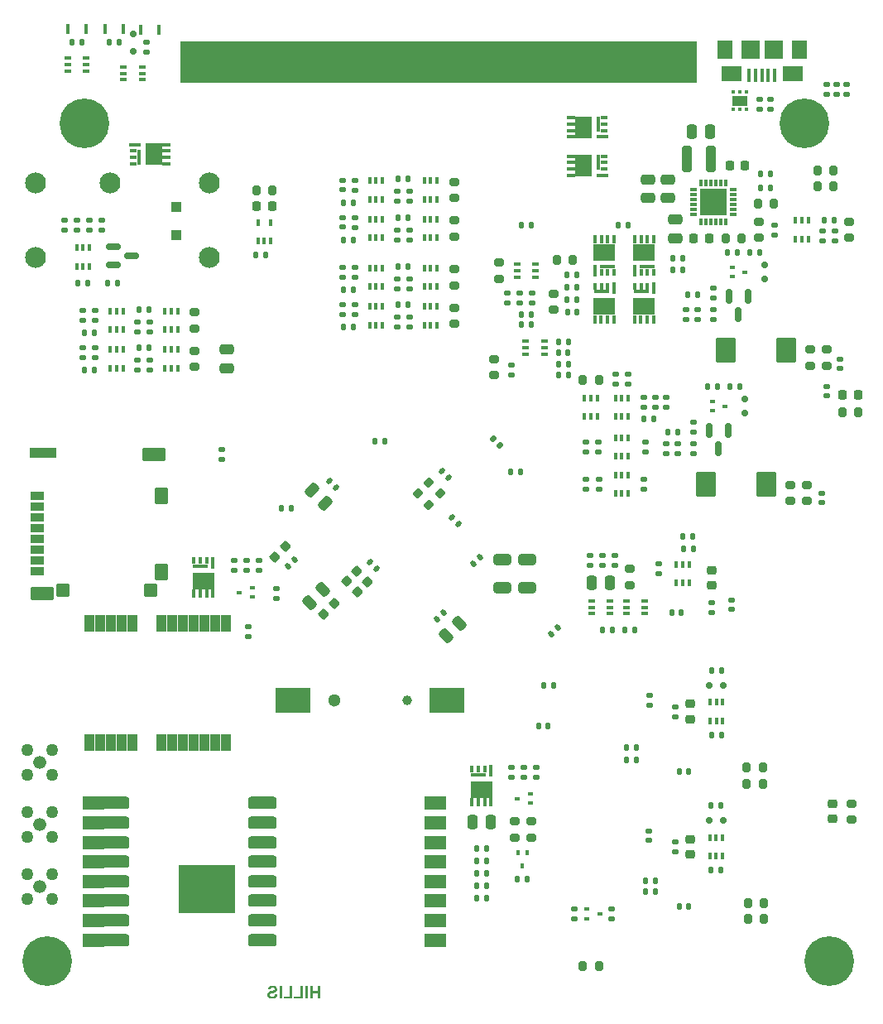
<source format=gbs>
G04 #@! TF.GenerationSoftware,KiCad,Pcbnew,7.0.1*
G04 #@! TF.CreationDate,2023-06-13T18:19:14-04:00*
G04 #@! TF.ProjectId,mainboard,6d61696e-626f-4617-9264-2e6b69636164,rev?*
G04 #@! TF.SameCoordinates,Original*
G04 #@! TF.FileFunction,Soldermask,Bot*
G04 #@! TF.FilePolarity,Negative*
%FSLAX46Y46*%
G04 Gerber Fmt 4.6, Leading zero omitted, Abs format (unit mm)*
G04 Created by KiCad (PCBNEW 7.0.1) date 2023-06-13 18:19:14*
%MOMM*%
%LPD*%
G01*
G04 APERTURE LIST*
G04 Aperture macros list*
%AMRoundRect*
0 Rectangle with rounded corners*
0 $1 Rounding radius*
0 $2 $3 $4 $5 $6 $7 $8 $9 X,Y pos of 4 corners*
0 Add a 4 corners polygon primitive as box body*
4,1,4,$2,$3,$4,$5,$6,$7,$8,$9,$2,$3,0*
0 Add four circle primitives for the rounded corners*
1,1,$1+$1,$2,$3*
1,1,$1+$1,$4,$5*
1,1,$1+$1,$6,$7*
1,1,$1+$1,$8,$9*
0 Add four rect primitives between the rounded corners*
20,1,$1+$1,$2,$3,$4,$5,0*
20,1,$1+$1,$4,$5,$6,$7,0*
20,1,$1+$1,$6,$7,$8,$9,0*
20,1,$1+$1,$8,$9,$2,$3,0*%
%AMFreePoly0*
4,1,12,0.105238,2.379067,0.194454,2.319454,0.254067,2.230238,0.275000,2.125000,0.275000,-1.400000,-0.275000,-1.400000,-0.275000,2.125000,-0.254067,2.230238,-0.194454,2.319454,-0.105238,2.379067,0.000000,2.400000,0.105238,2.379067,0.105238,2.379067,$1*%
G04 Aperture macros list end*
%ADD10C,0.177800*%
%ADD11C,0.100000*%
%ADD12RoundRect,0.200000X-0.200000X-0.275000X0.200000X-0.275000X0.200000X0.275000X-0.200000X0.275000X0*%
%ADD13RoundRect,0.250000X-0.300000X0.300000X-0.300000X-0.300000X0.300000X-0.300000X0.300000X0.300000X0*%
%ADD14C,2.133600*%
%ADD15FreePoly0,0.000000*%
%ADD16C,0.700000*%
%ADD17C,1.334000*%
%ADD18C,1.268000*%
%ADD19C,5.080000*%
%ADD20RoundRect,0.063500X0.406400X0.812800X-0.406400X0.812800X-0.406400X-0.812800X0.406400X-0.812800X0*%
%ADD21RoundRect,0.135000X0.185000X-0.135000X0.185000X0.135000X-0.185000X0.135000X-0.185000X-0.135000X0*%
%ADD22RoundRect,0.135000X0.135000X0.185000X-0.135000X0.185000X-0.135000X-0.185000X0.135000X-0.185000X0*%
%ADD23RoundRect,0.140000X-0.021213X0.219203X-0.219203X0.021213X0.021213X-0.219203X0.219203X-0.021213X0*%
%ADD24RoundRect,0.250000X-0.159099X0.512652X-0.512652X0.159099X0.159099X-0.512652X0.512652X-0.159099X0*%
%ADD25R,0.750000X0.340000*%
%ADD26R,0.400000X1.640000*%
%ADD27R,1.150000X0.340000*%
%ADD28R,0.850000X0.340000*%
%ADD29R,1.760000X2.290000*%
%ADD30RoundRect,0.135000X-0.135000X-0.185000X0.135000X-0.185000X0.135000X0.185000X-0.135000X0.185000X0*%
%ADD31RoundRect,0.225000X0.335876X0.017678X0.017678X0.335876X-0.335876X-0.017678X-0.017678X-0.335876X0*%
%ADD32RoundRect,0.225000X-0.017678X0.335876X-0.335876X0.017678X0.017678X-0.335876X0.335876X-0.017678X0*%
%ADD33RoundRect,0.200000X-0.335876X-0.053033X-0.053033X-0.335876X0.335876X0.053033X0.053033X0.335876X0*%
%ADD34R,0.800000X0.300000*%
%ADD35R,0.300000X0.800000*%
%ADD36R,2.800000X2.800000*%
%ADD37RoundRect,0.200000X0.200000X0.275000X-0.200000X0.275000X-0.200000X-0.275000X0.200000X-0.275000X0*%
%ADD38RoundRect,0.225000X0.225000X0.250000X-0.225000X0.250000X-0.225000X-0.250000X0.225000X-0.250000X0*%
%ADD39RoundRect,0.250000X-0.475000X0.250000X-0.475000X-0.250000X0.475000X-0.250000X0.475000X0.250000X0*%
%ADD40RoundRect,0.250000X-0.250000X-0.475000X0.250000X-0.475000X0.250000X0.475000X-0.250000X0.475000X0*%
%ADD41RoundRect,0.200000X0.275000X-0.200000X0.275000X0.200000X-0.275000X0.200000X-0.275000X-0.200000X0*%
%ADD42RoundRect,0.250000X0.475000X-0.250000X0.475000X0.250000X-0.475000X0.250000X-0.475000X-0.250000X0*%
%ADD43RoundRect,0.135000X-0.226274X-0.035355X-0.035355X-0.226274X0.226274X0.035355X0.035355X0.226274X0*%
%ADD44RoundRect,0.140000X0.140000X0.170000X-0.140000X0.170000X-0.140000X-0.170000X0.140000X-0.170000X0*%
%ADD45RoundRect,0.250000X0.250000X1.100000X-0.250000X1.100000X-0.250000X-1.100000X0.250000X-1.100000X0*%
%ADD46RoundRect,0.150000X-0.587500X-0.150000X0.587500X-0.150000X0.587500X0.150000X-0.587500X0.150000X0*%
%ADD47RoundRect,0.250000X0.159099X-0.512652X0.512652X-0.159099X-0.159099X0.512652X-0.512652X0.159099X0*%
%ADD48RoundRect,0.140000X-0.170000X0.140000X-0.170000X-0.140000X0.170000X-0.140000X0.170000X0.140000X0*%
%ADD49R,0.370000X1.000000*%
%ADD50RoundRect,0.135000X-0.185000X0.135000X-0.185000X-0.135000X0.185000X-0.135000X0.185000X0.135000X0*%
%ADD51RoundRect,0.140000X0.219203X0.021213X0.021213X0.219203X-0.219203X-0.021213X-0.021213X-0.219203X0*%
%ADD52RoundRect,0.140000X-0.219203X-0.021213X-0.021213X-0.219203X0.219203X0.021213X0.021213X0.219203X0*%
%ADD53RoundRect,0.140000X-0.140000X-0.170000X0.140000X-0.170000X0.140000X0.170000X-0.140000X0.170000X0*%
%ADD54RoundRect,0.140000X0.170000X-0.140000X0.170000X0.140000X-0.170000X0.140000X-0.170000X-0.140000X0*%
%ADD55RoundRect,0.250000X-0.650000X0.325000X-0.650000X-0.325000X0.650000X-0.325000X0.650000X0.325000X0*%
%ADD56RoundRect,0.250000X0.250000X0.475000X-0.250000X0.475000X-0.250000X-0.475000X0.250000X-0.475000X0*%
%ADD57R,0.650000X0.400000*%
%ADD58RoundRect,0.200000X-0.275000X0.200000X-0.275000X-0.200000X0.275000X-0.200000X0.275000X0.200000X0*%
%ADD59RoundRect,0.225000X0.250000X-0.225000X0.250000X0.225000X-0.250000X0.225000X-0.250000X-0.225000X0*%
%ADD60RoundRect,0.140000X0.021213X-0.219203X0.219203X-0.021213X-0.021213X0.219203X-0.219203X0.021213X0*%
%ADD61R,0.400000X0.650000*%
%ADD62C,1.300000*%
%ADD63C,1.000000*%
%ADD64R,3.600000X2.600000*%
%ADD65RoundRect,0.063500X-0.620000X0.400000X-0.620000X-0.400000X0.620000X-0.400000X0.620000X0.400000X0*%
%ADD66RoundRect,0.063500X-0.600000X0.580000X-0.600000X-0.580000X0.600000X-0.580000X0.600000X0.580000X0*%
%ADD67RoundRect,0.063500X-1.250000X0.475000X-1.250000X-0.475000X1.250000X-0.475000X1.250000X0.475000X0*%
%ADD68RoundRect,0.063500X-1.100000X0.575000X-1.100000X-0.575000X1.100000X-0.575000X1.100000X0.575000X0*%
%ADD69RoundRect,0.063500X-0.575000X0.750000X-0.575000X-0.750000X0.575000X-0.750000X0.575000X0.750000X0*%
%ADD70RoundRect,0.063500X-0.625000X0.580000X-0.625000X-0.580000X0.625000X-0.580000X0.625000X0.580000X0*%
%ADD71RoundRect,0.150000X-0.150000X-0.200000X0.150000X-0.200000X0.150000X0.200000X-0.150000X0.200000X0*%
%ADD72R,0.340000X0.750000*%
%ADD73R,1.640000X0.400000*%
%ADD74R,0.340000X1.150000*%
%ADD75R,0.340000X0.850000*%
%ADD76R,2.290000X1.760000*%
%ADD77RoundRect,0.147500X-0.172500X0.147500X-0.172500X-0.147500X0.172500X-0.147500X0.172500X0.147500X0*%
%ADD78RoundRect,0.317500X1.157500X0.317500X-1.157500X0.317500X-1.157500X-0.317500X1.157500X-0.317500X0*%
%ADD79R,0.510000X0.400000*%
%ADD80RoundRect,0.101500X0.101500X0.571500X-0.101500X0.571500X-0.101500X-0.571500X0.101500X-0.571500X0*%
%ADD81R,0.406000X1.346000*%
%ADD82R,1.500000X1.905000*%
%ADD83R,2.108000X1.600000*%
%ADD84R,1.905000X1.905000*%
%ADD85RoundRect,0.063500X1.000000X0.650000X-1.000000X0.650000X-1.000000X-0.650000X1.000000X-0.650000X0*%
%ADD86RoundRect,0.063500X2.849999X2.400000X-2.849999X2.400000X-2.849999X-2.400000X2.849999X-2.400000X0*%
%ADD87RoundRect,0.150000X-0.150000X0.587500X-0.150000X-0.587500X0.150000X-0.587500X0.150000X0.587500X0*%
%ADD88RoundRect,0.225000X-0.225000X-0.250000X0.225000X-0.250000X0.225000X0.250000X-0.225000X0.250000X0*%
%ADD89RoundRect,0.250000X-0.787500X-1.025000X0.787500X-1.025000X0.787500X1.025000X-0.787500X1.025000X0*%
%ADD90RoundRect,0.093750X0.106250X-0.093750X0.106250X0.093750X-0.106250X0.093750X-0.106250X-0.093750X0*%
%ADD91R,1.600000X1.000000*%
%ADD92RoundRect,0.250000X-0.512652X-0.159099X-0.159099X-0.512652X0.512652X0.159099X0.159099X0.512652X0*%
%ADD93R,0.400000X0.510000*%
%ADD94RoundRect,0.150000X-0.200000X0.150000X-0.200000X-0.150000X0.200000X-0.150000X0.200000X0.150000X0*%
G04 APERTURE END LIST*
D10*
G36*
X83835508Y-151149050D02*
G01*
X83835508Y-149858666D01*
X83577431Y-149858666D01*
X83577431Y-150374819D01*
X83071204Y-150374819D01*
X83071204Y-149858666D01*
X82813127Y-149858666D01*
X82813127Y-151149050D01*
X83071204Y-151149050D01*
X83071204Y-150593192D01*
X83577431Y-150593192D01*
X83577431Y-151149050D01*
X83835508Y-151149050D01*
G37*
G36*
X82561254Y-151149050D02*
G01*
X82561254Y-149858666D01*
X82303177Y-149858666D01*
X82303177Y-151149050D01*
X82561254Y-151149050D01*
G37*
G36*
X82052545Y-151149050D02*
G01*
X82052545Y-149858666D01*
X81794468Y-149858666D01*
X81794468Y-150930677D01*
X81152378Y-150930677D01*
X81152378Y-151149050D01*
X82052545Y-151149050D01*
G37*
G36*
X80966886Y-151149050D02*
G01*
X80966886Y-149858666D01*
X80708809Y-149858666D01*
X80708809Y-150930677D01*
X80066719Y-150930677D01*
X80066719Y-151149050D01*
X80966886Y-151149050D01*
G37*
G36*
X79896115Y-151149050D02*
G01*
X79896115Y-149858666D01*
X79638038Y-149858666D01*
X79638038Y-151149050D01*
X79896115Y-151149050D01*
G37*
G36*
X79459990Y-150732156D02*
G01*
X79208738Y-150712304D01*
X79205725Y-150727404D01*
X79202350Y-150741995D01*
X79198610Y-150756077D01*
X79194508Y-150769650D01*
X79190041Y-150782715D01*
X79185212Y-150795270D01*
X79180018Y-150807316D01*
X79174462Y-150818854D01*
X79168542Y-150829883D01*
X79158980Y-150845471D01*
X79148600Y-150859915D01*
X79137402Y-150873214D01*
X79125387Y-150885368D01*
X79116922Y-150892834D01*
X79103469Y-150903145D01*
X79089165Y-150912441D01*
X79074010Y-150920724D01*
X79058005Y-150927992D01*
X79041150Y-150934246D01*
X79023444Y-150939486D01*
X79011167Y-150942416D01*
X78998512Y-150944895D01*
X78985479Y-150946923D01*
X78972069Y-150948501D01*
X78958280Y-150949627D01*
X78944113Y-150950304D01*
X78929568Y-150950529D01*
X78914221Y-150950327D01*
X78899354Y-150949720D01*
X78884966Y-150948708D01*
X78871059Y-150947291D01*
X78857631Y-150945470D01*
X78844683Y-150943244D01*
X78832215Y-150940614D01*
X78814412Y-150935909D01*
X78797689Y-150930294D01*
X78782046Y-150923768D01*
X78767482Y-150916332D01*
X78753998Y-150907985D01*
X78741594Y-150898727D01*
X78730285Y-150888804D01*
X78720089Y-150878575D01*
X78711005Y-150868041D01*
X78703034Y-150857201D01*
X78696174Y-150846056D01*
X78690427Y-150834606D01*
X78685793Y-150822850D01*
X78682270Y-150810789D01*
X78679860Y-150798423D01*
X78678563Y-150785751D01*
X78678315Y-150777134D01*
X78678967Y-150763501D01*
X78680920Y-150750519D01*
X78684177Y-150738189D01*
X78688736Y-150726510D01*
X78694597Y-150715482D01*
X78701761Y-150705106D01*
X78704992Y-150701137D01*
X78714290Y-150691544D01*
X78725511Y-150682344D01*
X78735874Y-150675268D01*
X78747467Y-150668444D01*
X78760291Y-150661872D01*
X78774347Y-150655552D01*
X78789633Y-150649484D01*
X78797738Y-150646544D01*
X78810945Y-150642114D01*
X78823223Y-150638270D01*
X78837535Y-150633979D01*
X78853881Y-150629241D01*
X78865908Y-150625834D01*
X78878839Y-150622228D01*
X78892674Y-150618423D01*
X78907413Y-150614420D01*
X78923056Y-150610218D01*
X78939602Y-150605817D01*
X78957053Y-150601217D01*
X78975407Y-150596419D01*
X78994665Y-150591422D01*
X79004634Y-150588849D01*
X79017482Y-150585512D01*
X79030090Y-150582129D01*
X79042455Y-150578702D01*
X79054579Y-150575230D01*
X79078101Y-150568151D01*
X79100656Y-150560893D01*
X79122245Y-150553456D01*
X79142866Y-150545840D01*
X79162521Y-150538044D01*
X79181208Y-150530069D01*
X79198929Y-150521914D01*
X79215683Y-150513580D01*
X79231470Y-150505067D01*
X79246290Y-150496374D01*
X79260143Y-150487502D01*
X79273029Y-150478451D01*
X79284948Y-150469221D01*
X79295901Y-150459811D01*
X79310174Y-150446290D01*
X79323527Y-150432403D01*
X79335958Y-150418150D01*
X79347469Y-150403531D01*
X79358059Y-150388546D01*
X79367729Y-150373196D01*
X79376477Y-150357479D01*
X79384304Y-150341396D01*
X79391211Y-150324948D01*
X79397196Y-150308134D01*
X79402261Y-150290953D01*
X79406405Y-150273407D01*
X79409628Y-150255495D01*
X79411930Y-150237217D01*
X79413312Y-150218573D01*
X79413772Y-150199563D01*
X79413287Y-150181180D01*
X79411831Y-150163020D01*
X79409405Y-150145084D01*
X79406008Y-150127371D01*
X79401640Y-150109882D01*
X79396302Y-150092617D01*
X79389994Y-150075575D01*
X79382715Y-150058757D01*
X79374465Y-150042162D01*
X79368426Y-150031223D01*
X79361956Y-150020383D01*
X79358559Y-150015001D01*
X79351428Y-150004383D01*
X79343917Y-149994087D01*
X79336025Y-149984114D01*
X79327753Y-149974463D01*
X79319100Y-149965134D01*
X79310067Y-149956128D01*
X79300654Y-149947444D01*
X79290860Y-149939082D01*
X79280686Y-149931043D01*
X79270131Y-149923325D01*
X79259195Y-149915931D01*
X79247879Y-149908858D01*
X79236183Y-149902108D01*
X79224106Y-149895680D01*
X79211649Y-149889574D01*
X79198812Y-149883791D01*
X79185578Y-149878344D01*
X79172009Y-149873249D01*
X79158107Y-149868506D01*
X79143869Y-149864113D01*
X79129298Y-149860072D01*
X79114392Y-149856383D01*
X79099151Y-149853045D01*
X79083577Y-149850058D01*
X79067667Y-149847423D01*
X79051424Y-149845139D01*
X79034845Y-149843206D01*
X79017933Y-149841625D01*
X79000686Y-149840395D01*
X78983105Y-149839516D01*
X78965189Y-149838989D01*
X78946939Y-149838814D01*
X78932011Y-149838919D01*
X78917316Y-149839237D01*
X78902853Y-149839765D01*
X78888623Y-149840505D01*
X78874626Y-149841457D01*
X78860861Y-149842619D01*
X78847329Y-149843994D01*
X78834030Y-149845580D01*
X78820963Y-149847377D01*
X78808129Y-149849385D01*
X78795528Y-149851606D01*
X78783159Y-149854037D01*
X78771023Y-149856680D01*
X78747449Y-149862600D01*
X78724805Y-149869366D01*
X78703092Y-149876978D01*
X78682309Y-149885435D01*
X78662457Y-149894739D01*
X78643536Y-149904888D01*
X78625545Y-149915882D01*
X78608484Y-149927723D01*
X78592354Y-149940409D01*
X78584638Y-149947069D01*
X78569852Y-149960884D01*
X78555970Y-149975263D01*
X78542992Y-149990206D01*
X78530918Y-150005714D01*
X78519747Y-150021787D01*
X78509481Y-150038425D01*
X78500118Y-150055627D01*
X78491660Y-150073394D01*
X78484105Y-150091725D01*
X78477454Y-150110621D01*
X78471707Y-150130082D01*
X78466864Y-150150107D01*
X78462925Y-150170697D01*
X78459889Y-150191852D01*
X78457758Y-150213571D01*
X78456531Y-150235855D01*
X78714918Y-150235855D01*
X78718335Y-150218471D01*
X78722424Y-150202031D01*
X78727183Y-150186534D01*
X78732613Y-150171980D01*
X78738713Y-150158370D01*
X78745485Y-150145703D01*
X78752926Y-150133979D01*
X78761039Y-150123198D01*
X78769822Y-150113361D01*
X78779276Y-150104467D01*
X78785951Y-150099062D01*
X78796667Y-150091578D01*
X78808342Y-150084831D01*
X78820978Y-150078819D01*
X78834573Y-150073544D01*
X78849127Y-150069005D01*
X78864642Y-150065201D01*
X78881116Y-150062134D01*
X78898549Y-150059803D01*
X78916942Y-150058209D01*
X78929738Y-150057554D01*
X78942959Y-150057227D01*
X78949730Y-150057186D01*
X78963577Y-150057363D01*
X78977046Y-150057894D01*
X78990137Y-150058778D01*
X79002850Y-150060017D01*
X79015185Y-150061609D01*
X79032978Y-150064660D01*
X79049921Y-150068508D01*
X79066013Y-150073152D01*
X79081255Y-150078592D01*
X79095646Y-150084828D01*
X79109186Y-150091860D01*
X79121876Y-150099688D01*
X79125917Y-150102474D01*
X79137713Y-150112070D01*
X79147509Y-150122636D01*
X79155306Y-150134171D01*
X79161104Y-150146676D01*
X79164903Y-150160149D01*
X79166702Y-150174593D01*
X79166862Y-150180641D01*
X79165923Y-150194192D01*
X79163106Y-150207122D01*
X79158411Y-150219431D01*
X79151837Y-150231120D01*
X79143386Y-150242187D01*
X79133056Y-150252633D01*
X79128399Y-150256637D01*
X79118038Y-150264250D01*
X79105218Y-150271966D01*
X79089939Y-150279786D01*
X79078387Y-150285057D01*
X79065742Y-150290374D01*
X79052004Y-150295737D01*
X79037173Y-150301146D01*
X79021250Y-150306600D01*
X79004233Y-150312101D01*
X78986123Y-150317649D01*
X78966921Y-150323242D01*
X78946625Y-150328881D01*
X78925237Y-150334566D01*
X78902755Y-150340297D01*
X78891105Y-150343180D01*
X78867914Y-150348926D01*
X78845492Y-150354686D01*
X78823839Y-150360461D01*
X78802953Y-150366250D01*
X78782836Y-150372054D01*
X78763486Y-150377873D01*
X78744905Y-150383706D01*
X78727093Y-150389553D01*
X78710048Y-150395415D01*
X78693771Y-150401292D01*
X78678263Y-150407183D01*
X78663523Y-150413089D01*
X78649551Y-150419009D01*
X78636348Y-150424944D01*
X78623912Y-150430893D01*
X78612245Y-150436857D01*
X78601116Y-150442965D01*
X78590295Y-150449347D01*
X78579781Y-150456003D01*
X78564587Y-150466500D01*
X78550086Y-150477613D01*
X78536278Y-150489342D01*
X78523162Y-150501687D01*
X78510738Y-150514649D01*
X78499007Y-150528227D01*
X78487968Y-150542421D01*
X78477622Y-150557231D01*
X78471110Y-150567446D01*
X78461963Y-150583316D01*
X78453716Y-150599867D01*
X78448718Y-150611280D01*
X78444119Y-150622995D01*
X78439921Y-150635014D01*
X78436122Y-150647335D01*
X78432724Y-150659960D01*
X78429725Y-150672887D01*
X78427126Y-150686118D01*
X78424927Y-150699651D01*
X78423127Y-150713487D01*
X78421728Y-150727626D01*
X78420728Y-150742068D01*
X78420128Y-150756813D01*
X78419928Y-150771860D01*
X78420167Y-150785609D01*
X78420883Y-150799249D01*
X78422077Y-150812780D01*
X78423748Y-150826202D01*
X78425896Y-150839514D01*
X78428522Y-150852718D01*
X78431625Y-150865812D01*
X78435205Y-150878798D01*
X78439263Y-150891674D01*
X78443798Y-150904442D01*
X78448811Y-150917100D01*
X78454301Y-150929649D01*
X78460269Y-150942090D01*
X78466714Y-150954421D01*
X78473636Y-150966643D01*
X78481036Y-150978756D01*
X78488871Y-150990621D01*
X78497102Y-151002098D01*
X78505728Y-151013187D01*
X78514749Y-151023888D01*
X78524165Y-151034202D01*
X78533976Y-151044128D01*
X78544182Y-151053667D01*
X78554783Y-151062817D01*
X78565779Y-151071580D01*
X78577170Y-151079955D01*
X78588956Y-151087942D01*
X78601137Y-151095542D01*
X78613713Y-151102754D01*
X78626684Y-151109578D01*
X78640050Y-151116014D01*
X78653811Y-151122063D01*
X78667983Y-151127735D01*
X78682585Y-151133041D01*
X78697616Y-151137981D01*
X78713076Y-151142555D01*
X78728965Y-151146763D01*
X78745282Y-151150605D01*
X78762029Y-151154082D01*
X78779204Y-151157192D01*
X78796809Y-151159936D01*
X78814842Y-151162315D01*
X78833304Y-151164327D01*
X78852195Y-151165974D01*
X78871516Y-151167255D01*
X78891265Y-151168170D01*
X78911443Y-151168719D01*
X78932050Y-151168902D01*
X78947100Y-151168793D01*
X78961931Y-151168467D01*
X78976541Y-151167923D01*
X78990932Y-151167162D01*
X79005103Y-151166183D01*
X79019054Y-151164987D01*
X79032785Y-151163573D01*
X79046296Y-151161942D01*
X79059587Y-151160093D01*
X79072658Y-151158027D01*
X79085509Y-151155743D01*
X79098141Y-151153242D01*
X79110552Y-151150523D01*
X79122744Y-151147587D01*
X79146467Y-151141062D01*
X79169311Y-151133667D01*
X79191275Y-151125402D01*
X79212359Y-151116268D01*
X79232564Y-151106263D01*
X79251889Y-151095388D01*
X79270334Y-151083643D01*
X79287900Y-151071029D01*
X79304586Y-151057544D01*
X79320424Y-151043187D01*
X79335445Y-151028032D01*
X79349649Y-151012081D01*
X79363037Y-150995332D01*
X79375608Y-150977786D01*
X79387362Y-150959442D01*
X79398300Y-150940301D01*
X79408421Y-150920363D01*
X79417726Y-150899628D01*
X79426214Y-150878095D01*
X79433885Y-150855765D01*
X79440739Y-150832638D01*
X79446777Y-150808713D01*
X79449490Y-150796452D01*
X79451998Y-150783992D01*
X79454302Y-150771332D01*
X79456402Y-150758473D01*
X79458298Y-150745414D01*
X79459990Y-150732156D01*
G37*
D11*
X122283811Y-57437160D02*
X69483811Y-57437160D01*
X69483811Y-53237160D01*
X122283811Y-53237160D01*
X122283811Y-57437160D01*
G36*
X122283811Y-57437160D02*
G01*
X69483811Y-57437160D01*
X69483811Y-53237160D01*
X122283811Y-53237160D01*
X122283811Y-57437160D01*
G37*
D12*
X110681000Y-147828000D03*
X112331000Y-147828000D03*
D13*
X69088000Y-70228000D03*
X69088000Y-73028000D03*
D14*
X72478900Y-67691000D03*
X72478900Y-75311000D03*
X62318900Y-67691000D03*
X54698900Y-75311000D03*
X54698900Y-67691000D03*
D15*
X70683811Y-55837160D03*
X71483811Y-55837160D03*
X72283811Y-55837160D03*
X73083811Y-55837160D03*
X73883811Y-55837160D03*
X74683811Y-55837160D03*
X75483811Y-55837160D03*
X76283811Y-55837160D03*
X77083811Y-55837160D03*
X77883811Y-55837160D03*
X78683811Y-55837160D03*
X79483811Y-55837160D03*
X80283811Y-55837160D03*
X81083811Y-55837160D03*
X81883811Y-55837160D03*
X82683811Y-55837160D03*
X83483811Y-55837160D03*
X84283811Y-55837160D03*
X85083811Y-55837160D03*
X85883811Y-55837160D03*
X86683811Y-55837160D03*
X87483811Y-55837160D03*
X88283811Y-55837160D03*
X89083811Y-55837160D03*
X89883811Y-55837160D03*
X90683811Y-55837160D03*
X91483811Y-55837160D03*
X92283811Y-55837160D03*
X93083811Y-55837160D03*
X93883811Y-55837160D03*
X94683811Y-55837160D03*
X95483811Y-55837160D03*
X99483811Y-55837160D03*
X100283811Y-55837160D03*
X101083811Y-55837160D03*
X101883811Y-55837160D03*
X102683811Y-55837160D03*
X103483811Y-55837160D03*
X104283811Y-55837160D03*
X105083811Y-55837160D03*
X105883811Y-55837160D03*
X106683811Y-55837160D03*
X107483811Y-55837160D03*
X108283811Y-55837160D03*
X109083811Y-55837160D03*
X109883811Y-55837160D03*
X110683811Y-55837160D03*
X111483811Y-55837160D03*
X112283811Y-55837160D03*
X113083811Y-55837160D03*
X113883811Y-55837160D03*
X114683811Y-55837160D03*
X115483811Y-55837160D03*
X116283811Y-55837160D03*
X117083811Y-55837160D03*
X117883811Y-55837160D03*
X118683811Y-55837160D03*
X119483811Y-55837160D03*
X120283811Y-55837160D03*
X121083811Y-55837160D03*
D16*
X64653768Y-52474172D03*
X64653768Y-54274172D03*
D17*
X55118000Y-139700000D03*
D18*
X53848000Y-140970000D03*
X56388000Y-140970000D03*
X53848000Y-138430000D03*
X56388000Y-138430000D03*
D19*
X135890000Y-147320000D03*
D17*
X55118000Y-133350000D03*
D18*
X53848000Y-134620000D03*
X56388000Y-134620000D03*
X53848000Y-132080000D03*
X56388000Y-132080000D03*
D19*
X133350000Y-61595000D03*
X59690000Y-61595000D03*
D17*
X55118000Y-127000000D03*
D18*
X53848000Y-128270000D03*
X56388000Y-128270000D03*
X53848000Y-125730000D03*
X56388000Y-125730000D03*
D19*
X55880000Y-147320000D03*
D20*
X74168000Y-124976000D03*
X73068000Y-124976000D03*
X71968000Y-124976000D03*
X70868000Y-124976000D03*
X69768000Y-124976000D03*
X68668000Y-124976000D03*
X67568000Y-124976000D03*
X64568000Y-124976000D03*
X63468000Y-124976000D03*
X62368000Y-124976000D03*
X61268000Y-124976000D03*
X60168000Y-124976000D03*
X60168000Y-112776000D03*
X61268000Y-112776000D03*
X62368000Y-112776000D03*
X63468000Y-112776000D03*
X64568000Y-112776000D03*
X67568000Y-112776000D03*
X68668000Y-112776000D03*
X69768000Y-112776000D03*
X70868000Y-112776000D03*
X71968000Y-112776000D03*
X73068000Y-112776000D03*
X74168000Y-112776000D03*
D21*
X61468000Y-72519000D03*
X61468000Y-71499000D03*
D22*
X63121000Y-77978000D03*
X62101000Y-77978000D03*
D23*
X100161411Y-105959589D03*
X99482589Y-106638411D03*
D24*
X98080751Y-112739249D03*
X96737249Y-114082751D03*
D25*
X64696000Y-65745000D03*
X64696000Y-65095000D03*
D26*
X65271000Y-65095000D03*
D25*
X64696000Y-64445000D03*
D27*
X64896000Y-63795000D03*
D28*
X68096000Y-65745000D03*
X68096000Y-65105000D03*
D29*
X66791000Y-64770000D03*
D28*
X68096000Y-64445000D03*
X68096000Y-63795000D03*
D21*
X57658000Y-72519000D03*
X57658000Y-71499000D03*
X58928000Y-72519000D03*
X58928000Y-71499000D03*
D30*
X79881000Y-100965000D03*
X80901000Y-100965000D03*
D31*
X87608378Y-109575638D03*
X86512362Y-108479622D03*
D23*
X96478411Y-111674589D03*
X95799589Y-112353411D03*
D32*
X85257008Y-110703992D03*
X84160992Y-111800008D03*
D33*
X94920637Y-98349637D03*
X96087363Y-99516363D03*
D34*
X126038498Y-68443105D03*
X126038498Y-68943105D03*
X126038498Y-69443105D03*
X126038498Y-69943105D03*
X126038498Y-70443105D03*
X126038498Y-70943105D03*
D35*
X125288498Y-71693105D03*
X124788498Y-71693105D03*
X124288498Y-71693105D03*
X123788498Y-71693105D03*
X123288498Y-71693105D03*
X122788498Y-71693105D03*
D34*
X122038498Y-70943105D03*
X122038498Y-70443105D03*
X122038498Y-69943105D03*
X122038498Y-69443105D03*
X122038498Y-68943105D03*
X122038498Y-68443105D03*
D35*
X122788498Y-67693105D03*
X123288498Y-67693105D03*
X123788498Y-67693105D03*
X124288498Y-67693105D03*
X124788498Y-67693105D03*
X125288498Y-67693105D03*
D36*
X124038498Y-69693105D03*
D37*
X126936000Y-73406000D03*
X125286000Y-73406000D03*
D38*
X123584000Y-73406000D03*
X122034000Y-73406000D03*
D39*
X119380000Y-67376000D03*
X119380000Y-69276000D03*
D40*
X121836002Y-62447895D03*
X123736002Y-62447895D03*
D41*
X128684000Y-73342000D03*
X128684000Y-71692000D03*
D38*
X127267000Y-65972000D03*
X125717000Y-65972000D03*
D37*
X130238000Y-69850000D03*
X128588000Y-69850000D03*
D42*
X120109000Y-73385000D03*
X120109000Y-71485000D03*
D43*
X101493376Y-93873376D03*
X102214624Y-94594624D03*
D44*
X104280000Y-97282000D03*
X103320000Y-97282000D03*
D31*
X88686008Y-108498008D03*
X87589992Y-107401992D03*
D21*
X130302000Y-73027000D03*
X130302000Y-72007000D03*
D39*
X117348000Y-67376000D03*
X117348000Y-69276000D03*
D45*
X123755000Y-65278000D03*
X121355000Y-65278000D03*
D33*
X93777637Y-99492637D03*
X94944363Y-100659363D03*
D46*
X62689500Y-76134000D03*
X62689500Y-74234000D03*
X64564500Y-75184000D03*
D30*
X59053000Y-77978000D03*
X60073000Y-77978000D03*
D47*
X82767249Y-110653751D03*
X84110751Y-109310249D03*
D21*
X79375000Y-110238000D03*
X79375000Y-109218000D03*
X60198000Y-72519000D03*
X60198000Y-71499000D03*
D48*
X135636000Y-57686000D03*
X135636000Y-58646000D03*
X136652000Y-57686000D03*
X136652000Y-58646000D03*
D49*
X58023779Y-52024285D03*
X59883779Y-52024285D03*
X63683771Y-52024285D03*
X61823771Y-52024285D03*
X67351000Y-52070000D03*
X65491000Y-52070000D03*
D50*
X137668000Y-57656000D03*
X137668000Y-58676000D03*
D22*
X59438000Y-53340000D03*
X58418000Y-53340000D03*
X63248000Y-53340000D03*
X62228000Y-53340000D03*
D21*
X66040000Y-54358000D03*
X66040000Y-53338000D03*
D51*
X98002411Y-102574411D03*
X97323589Y-101895589D03*
D52*
X96307589Y-97196589D03*
X96986411Y-97875411D03*
D53*
X89436000Y-94107000D03*
X90396000Y-94107000D03*
D52*
X84750589Y-98212589D03*
X85429411Y-98891411D03*
D23*
X81238411Y-106213589D03*
X80559589Y-106892411D03*
D51*
X89555043Y-107211779D03*
X88876221Y-106532957D03*
D50*
X87376001Y-80179000D03*
X87376001Y-81199000D03*
D54*
X59563000Y-85570002D03*
X59563000Y-84610002D03*
D53*
X120551000Y-141728000D03*
X121511000Y-141728000D03*
D41*
X133604000Y-100266000D03*
X133604000Y-98616000D03*
D12*
X127445000Y-129159000D03*
X129095000Y-129159000D03*
D55*
X102429000Y-106221000D03*
X102429000Y-109171000D03*
D56*
X101280000Y-133096000D03*
X99380000Y-133096000D03*
D57*
X105852000Y-76058000D03*
X105852000Y-76708000D03*
X105852000Y-77358000D03*
X103952000Y-77358000D03*
X103952000Y-76708000D03*
X103952000Y-76058000D03*
D54*
X86106000Y-72235000D03*
X86106000Y-71275000D03*
D21*
X105918000Y-128526000D03*
X105918000Y-127506000D03*
D57*
X65593000Y-55865000D03*
X65593000Y-56515000D03*
X65593000Y-57165000D03*
X63693000Y-57165000D03*
X63693000Y-56515000D03*
X63693000Y-55865000D03*
D50*
X116967000Y-98042000D03*
X116967000Y-99062000D03*
X87376000Y-67435000D03*
X87376000Y-68455000D03*
D53*
X104422000Y-72009000D03*
X105382000Y-72009000D03*
D21*
X110998000Y-99062000D03*
X110998000Y-98042000D03*
X124079000Y-79504000D03*
X124079000Y-78484000D03*
X66421001Y-82933001D03*
X66421001Y-81913001D03*
D58*
X107696000Y-79058000D03*
X107696000Y-80708000D03*
D48*
X117499602Y-120170000D03*
X117499602Y-121130000D03*
D59*
X123890000Y-108920000D03*
X123890000Y-107370000D03*
D60*
X107483589Y-113839411D03*
X108162411Y-113160589D03*
D61*
X95773000Y-69403001D03*
X95123000Y-69403001D03*
X94473000Y-69403001D03*
X94473000Y-67503001D03*
X95123000Y-67503001D03*
X95773000Y-67503001D03*
D22*
X122430000Y-79121000D03*
X121410000Y-79121000D03*
D58*
X103759000Y-133033000D03*
X103759000Y-134683000D03*
D62*
X85226000Y-120650000D03*
D63*
X92716000Y-120650000D03*
D64*
X81026000Y-120650000D03*
X96816000Y-120650000D03*
D30*
X114943000Y-113411000D03*
X115963000Y-113411000D03*
D65*
X54859000Y-99716000D03*
X54859000Y-100816000D03*
X54859000Y-101916000D03*
X54859000Y-103016000D03*
X54859000Y-104116000D03*
X54859000Y-105216000D03*
X54859000Y-106316000D03*
X54859000Y-107416000D03*
D66*
X66489000Y-109356000D03*
D67*
X55489000Y-95371000D03*
D68*
X55339000Y-109761000D03*
X66819000Y-95471000D03*
D69*
X67614000Y-99776000D03*
X67614000Y-107556000D03*
D70*
X57489000Y-109356000D03*
D71*
X125033000Y-132965000D03*
X123633000Y-132965000D03*
D21*
X111389000Y-106809000D03*
X111389000Y-105789000D03*
D30*
X123823000Y-138045000D03*
X124843000Y-138045000D03*
D72*
X115992000Y-78274000D03*
X116642000Y-78274000D03*
D73*
X116642000Y-78849000D03*
D72*
X117292000Y-78274000D03*
D74*
X117942000Y-78474000D03*
D75*
X115992000Y-81674000D03*
X116632000Y-81674000D03*
D76*
X116967000Y-80369000D03*
D75*
X117292000Y-81674000D03*
X117942000Y-81674000D03*
D37*
X129222000Y-141351000D03*
X127572000Y-141351000D03*
D77*
X128778000Y-59205000D03*
X128778000Y-60175000D03*
D30*
X115187000Y-125475999D03*
X116207000Y-125475999D03*
X120988000Y-105156000D03*
X122008000Y-105156000D03*
D78*
X77883000Y-131176000D03*
X77883000Y-133176000D03*
X77883000Y-135176000D03*
X77883000Y-137176000D03*
X77883000Y-139176000D03*
X77883000Y-141176000D03*
X77883000Y-143176000D03*
X77883000Y-145176000D03*
X62833000Y-145176000D03*
X62833000Y-143176000D03*
X62833000Y-141176000D03*
X62833000Y-139176000D03*
X62833000Y-137176000D03*
X62833000Y-135176000D03*
X62833000Y-133176000D03*
X62833000Y-131176000D03*
D30*
X86231001Y-82467000D03*
X87251001Y-82467000D03*
D50*
X76327000Y-106297000D03*
X76327000Y-107317000D03*
X60833000Y-84580002D03*
X60833000Y-85600002D03*
D25*
X112876000Y-64997000D03*
X112876000Y-65647000D03*
D26*
X112301000Y-65647000D03*
D25*
X112876000Y-66297000D03*
D27*
X112676000Y-66947000D03*
D28*
X109476000Y-64997000D03*
X109476000Y-65637000D03*
D29*
X110781000Y-65972000D03*
D28*
X109476000Y-66297000D03*
X109476000Y-66947000D03*
D30*
X59688000Y-86868002D03*
X60708000Y-86868002D03*
D48*
X117475000Y-134009000D03*
X117475000Y-134969000D03*
D50*
X105537000Y-78991999D03*
X105537000Y-80011999D03*
D22*
X105414000Y-82171000D03*
X104394000Y-82171000D03*
D12*
X137224000Y-91186000D03*
X138874000Y-91186000D03*
D21*
X92964001Y-78532000D03*
X92964001Y-77512000D03*
D79*
X76845000Y-109101000D03*
X76845000Y-110101000D03*
X75555000Y-109601000D03*
D61*
X90185001Y-82274000D03*
X89535001Y-82274000D03*
X88885001Y-82274000D03*
X88885001Y-80374000D03*
X89535001Y-80374000D03*
X90185001Y-80374000D03*
D77*
X129921000Y-59205000D03*
X129921000Y-60175000D03*
D80*
X127708784Y-56741171D03*
D81*
X128358784Y-56741171D03*
X129008784Y-56741171D03*
X129658784Y-56741171D03*
X130308784Y-56741171D03*
D82*
X125207784Y-54074171D03*
D83*
X125909784Y-56574171D03*
D84*
X127833784Y-54074171D03*
X130233784Y-54074171D03*
D83*
X132157784Y-56574171D03*
D82*
X132859784Y-54074171D03*
D30*
X116965000Y-91821000D03*
X117985000Y-91821000D03*
D59*
X136271000Y-132792000D03*
X136271000Y-131242000D03*
D85*
X60632000Y-145168000D03*
X60632000Y-143168000D03*
X60632000Y-141168000D03*
X60632000Y-139168000D03*
X60632000Y-137168000D03*
X60632000Y-135168000D03*
X60632000Y-133168000D03*
X60632000Y-131168000D03*
X95632000Y-131168000D03*
X95632000Y-133168000D03*
X95632000Y-135168000D03*
X95632000Y-137168000D03*
X95632000Y-139168000D03*
X95632000Y-141168000D03*
X95632000Y-143168000D03*
X95632000Y-145168000D03*
D86*
X72199500Y-139918000D03*
D53*
X109121000Y-80899000D03*
X110081000Y-80899000D03*
D61*
X114031000Y-97602000D03*
X114681000Y-97602000D03*
X115331000Y-97602000D03*
X115331000Y-99502000D03*
X114681000Y-99502000D03*
X114031000Y-99502000D03*
D50*
X87376000Y-71245000D03*
X87376000Y-72265000D03*
D30*
X108201999Y-83947000D03*
X109221999Y-83947000D03*
D61*
X114031000Y-93792000D03*
X114681000Y-93792000D03*
X115331000Y-93792000D03*
X115331000Y-95692000D03*
X114681000Y-95692000D03*
X114031000Y-95692000D03*
D21*
X103378000Y-87377999D03*
X103378000Y-86357999D03*
D41*
X102108000Y-77533000D03*
X102108000Y-75883000D03*
D22*
X100840000Y-139573000D03*
X99820000Y-139573000D03*
D61*
X90185000Y-69403000D03*
X89535000Y-69403000D03*
X88885000Y-69403000D03*
X88885000Y-67503000D03*
X89535000Y-67503000D03*
X90185000Y-67503000D03*
D87*
X123637000Y-93042500D03*
X125537000Y-93042500D03*
X124587000Y-94917500D03*
D58*
X133985000Y-84773000D03*
X133985000Y-86423000D03*
D21*
X66421000Y-86870000D03*
X66421000Y-85850000D03*
D79*
X111115000Y-142994000D03*
X111115000Y-141994000D03*
X112405000Y-142494000D03*
D54*
X86106000Y-77359000D03*
X86106000Y-76399000D03*
D21*
X120396000Y-95381000D03*
X120396000Y-94361000D03*
D50*
X112659000Y-105789000D03*
X112659000Y-106809000D03*
X91693999Y-68578000D03*
X91693999Y-69598000D03*
D58*
X115453000Y-107189000D03*
X115453000Y-108839000D03*
D30*
X108202001Y-87376000D03*
X109222001Y-87376000D03*
D50*
X91694000Y-81449001D03*
X91694000Y-82469001D03*
D58*
X101600000Y-85726000D03*
X101600000Y-87376000D03*
D61*
X112156000Y-91628000D03*
X111506000Y-91628000D03*
X110856000Y-91628000D03*
X110856000Y-89728000D03*
X111506000Y-89728000D03*
X112156000Y-89728000D03*
D22*
X124462000Y-88519000D03*
X123442000Y-88519000D03*
X120906001Y-75438000D03*
X119886001Y-75438000D03*
D30*
X91819001Y-76244000D03*
X92839001Y-76244000D03*
D50*
X91694000Y-77512000D03*
X91694000Y-78532000D03*
D58*
X137922000Y-71692000D03*
X137922000Y-73342000D03*
D50*
X60833000Y-80770000D03*
X60833000Y-81790000D03*
D57*
X117038000Y-110475000D03*
X117038000Y-111125000D03*
X117038000Y-111775000D03*
X115138000Y-111775000D03*
X115138000Y-111125000D03*
X115138000Y-110475000D03*
D58*
X131953000Y-98616000D03*
X131953000Y-100266000D03*
D88*
X77330000Y-70104000D03*
X78880000Y-70104000D03*
D89*
X125284500Y-84836000D03*
X131509500Y-84836000D03*
D59*
X121666000Y-136407000D03*
X121666000Y-134857000D03*
D12*
X127572000Y-143002000D03*
X129222000Y-143002000D03*
D22*
X120398000Y-93218000D03*
X119378000Y-93218000D03*
D37*
X112331000Y-87884000D03*
X110681000Y-87884000D03*
D50*
X115316000Y-87247001D03*
X115316000Y-88267001D03*
D30*
X86231000Y-69723000D03*
X87251000Y-69723000D03*
D22*
X100840000Y-140843000D03*
X99820000Y-140843000D03*
D58*
X97535999Y-71565000D03*
X97535999Y-73215000D03*
X70993000Y-80963000D03*
X70993000Y-82613000D03*
D54*
X125866000Y-111375000D03*
X125866000Y-110415000D03*
D30*
X109091000Y-78359000D03*
X110111000Y-78359000D03*
D21*
X92964000Y-69598000D03*
X92964000Y-68578000D03*
D48*
X135255000Y-72674000D03*
X135255000Y-73634000D03*
D90*
X127396000Y-60196500D03*
X126746000Y-60196500D03*
X126096000Y-60196500D03*
X126096000Y-58421500D03*
X126746000Y-58421500D03*
X127396000Y-58421500D03*
D91*
X126746000Y-59309000D03*
D54*
X86106000Y-68425000D03*
X86106000Y-67465000D03*
D61*
X90185001Y-78337000D03*
X89535001Y-78337000D03*
X88885001Y-78337000D03*
X88885001Y-76437000D03*
X89535001Y-76437000D03*
X90185001Y-76437000D03*
D58*
X70992999Y-84900002D03*
X70992999Y-86550002D03*
D72*
X70907000Y-106352000D03*
X71557000Y-106352000D03*
D73*
X71557000Y-106927000D03*
D72*
X72207000Y-106352000D03*
D74*
X72857000Y-106552000D03*
D75*
X70907000Y-109752000D03*
X71547000Y-109752000D03*
D76*
X71882000Y-108447000D03*
D75*
X72207000Y-109752000D03*
X72857000Y-109752000D03*
D22*
X100840000Y-138303000D03*
X99820000Y-138303000D03*
D21*
X110998000Y-95252000D03*
X110998000Y-94232000D03*
X118080000Y-90650000D03*
X118080000Y-89630000D03*
D30*
X91819001Y-80181000D03*
X92839001Y-80181000D03*
D42*
X74295000Y-86675000D03*
X74295000Y-84775000D03*
D30*
X117092000Y-139065000D03*
X118112000Y-139065000D03*
X115187000Y-126746000D03*
X116207000Y-126746000D03*
D21*
X77597000Y-107317000D03*
X77597000Y-106297000D03*
D40*
X111582000Y-108585000D03*
X113482000Y-108585000D03*
D50*
X76454000Y-113092000D03*
X76454000Y-114112000D03*
D58*
X97536000Y-67628000D03*
X97536000Y-69278000D03*
D61*
X63641999Y-86675000D03*
X62991999Y-86675000D03*
X62341999Y-86675000D03*
X62341999Y-84775000D03*
X62991999Y-84775000D03*
X63641999Y-84775000D03*
D79*
X125974000Y-77335000D03*
X125974000Y-76335000D03*
X127264000Y-76835000D03*
D30*
X123847602Y-124206000D03*
X124867602Y-124206000D03*
D92*
X83021249Y-99150249D03*
X84364751Y-100493751D03*
D61*
X95773001Y-82274000D03*
X95123001Y-82274000D03*
X94473001Y-82274000D03*
X94473001Y-80374000D03*
X95123001Y-80374000D03*
X95773001Y-80374000D03*
D30*
X127760000Y-74803000D03*
X128780000Y-74803000D03*
D54*
X135636000Y-89507000D03*
X135636000Y-88547000D03*
D21*
X112395000Y-99062000D03*
X112395000Y-98042000D03*
D41*
X105409999Y-134683000D03*
X105409999Y-133033000D03*
D30*
X128903000Y-66802000D03*
X129923000Y-66802000D03*
X117092000Y-140208000D03*
X118112000Y-140208000D03*
D50*
X118491000Y-106678000D03*
X118491000Y-107698000D03*
X91693999Y-72515001D03*
X91693999Y-73535001D03*
D61*
X115331000Y-91628000D03*
X114681000Y-91628000D03*
X114031000Y-91628000D03*
X114031000Y-89728000D03*
X114681000Y-89728000D03*
X115331000Y-89728000D03*
D21*
X119253000Y-95379000D03*
X119253000Y-94359000D03*
D93*
X104021000Y-136261000D03*
X105021000Y-136261000D03*
X104521000Y-137551000D03*
D87*
X125669000Y-79326500D03*
X127569000Y-79326500D03*
X126619000Y-81201500D03*
D32*
X80304008Y-104861992D03*
X79207992Y-105958008D03*
D30*
X123823000Y-131441000D03*
X124843000Y-131441000D03*
D72*
X113878000Y-76898000D03*
X113228000Y-76898000D03*
D73*
X113228000Y-76323000D03*
D72*
X112578000Y-76898000D03*
D74*
X111928000Y-76698000D03*
D75*
X113878000Y-73498000D03*
X113238000Y-73498000D03*
D76*
X112903000Y-74803000D03*
D75*
X112578000Y-73498000D03*
X111928000Y-73498000D03*
D12*
X108014000Y-75565000D03*
X109664000Y-75565000D03*
D30*
X125728000Y-88519000D03*
X126748000Y-88519000D03*
D53*
X119798000Y-111662000D03*
X120758000Y-111662000D03*
D50*
X112270001Y-94232000D03*
X112270001Y-95252000D03*
D53*
X114328000Y-72009000D03*
X115288000Y-72009000D03*
D21*
X92964000Y-73535000D03*
X92964000Y-72515000D03*
D30*
X65276000Y-80645000D03*
X66296000Y-80645000D03*
D50*
X87376001Y-76369000D03*
X87376001Y-77389000D03*
D30*
X99820000Y-135763000D03*
X100840000Y-135763000D03*
D50*
X117096002Y-94232000D03*
X117096002Y-95252000D03*
D30*
X108202001Y-86233000D03*
X109222001Y-86233000D03*
D38*
X138824000Y-89408000D03*
X137274000Y-89408000D03*
D25*
X112876001Y-61060000D03*
X112876001Y-61710000D03*
D26*
X112301001Y-61710000D03*
D25*
X112876001Y-62360000D03*
D27*
X112676001Y-63010000D03*
D28*
X109476001Y-61060000D03*
X109476001Y-61700000D03*
D29*
X110781001Y-62035000D03*
D28*
X109476001Y-62360000D03*
X109476001Y-63010000D03*
D61*
X78755000Y-73660000D03*
X78105000Y-73660000D03*
X77455000Y-73660000D03*
X77455000Y-71760000D03*
X78755000Y-71760000D03*
D50*
X136495000Y-72614000D03*
X136495000Y-73634000D03*
D22*
X126494000Y-74803000D03*
X125474000Y-74803000D03*
D61*
X63642000Y-82738002D03*
X62992000Y-82738002D03*
X62342000Y-82738002D03*
X62342000Y-80838002D03*
X62992000Y-80838002D03*
X63642000Y-80838002D03*
D48*
X116967000Y-89690000D03*
X116967000Y-90650000D03*
D79*
X123942000Y-91051000D03*
X123942000Y-90051000D03*
X125232000Y-90551000D03*
D61*
X90185000Y-73340000D03*
X89535000Y-73340000D03*
X88885000Y-73340000D03*
X88885000Y-71440000D03*
X89535000Y-71440000D03*
X90185000Y-71440000D03*
D54*
X135128000Y-100429000D03*
X135128000Y-99469000D03*
D61*
X58913000Y-74361000D03*
X59563000Y-74361000D03*
X60213000Y-74361000D03*
X60213000Y-76261000D03*
X59563000Y-76261000D03*
X58913000Y-76261000D03*
D30*
X91819000Y-67310000D03*
X92839000Y-67310000D03*
D37*
X78930001Y-68453000D03*
X77280001Y-68453000D03*
D50*
X65151001Y-85850001D03*
X65151001Y-86870001D03*
D61*
X95773000Y-73340000D03*
X95123000Y-73340000D03*
X94473000Y-73340000D03*
X94473000Y-71440000D03*
X95123000Y-71440000D03*
X95773000Y-71440000D03*
D22*
X120906000Y-76581000D03*
X119886000Y-76581000D03*
D50*
X103378000Y-127506000D03*
X103378000Y-128526000D03*
D58*
X138176000Y-131192000D03*
X138176000Y-132842000D03*
D30*
X128903000Y-68199000D03*
X129923000Y-68199000D03*
D22*
X105031000Y-138938000D03*
X104011000Y-138938000D03*
D21*
X114046000Y-88267000D03*
X114046000Y-87247000D03*
D94*
X127254000Y-91251000D03*
X127254000Y-89851000D03*
X129286000Y-77535000D03*
X129286000Y-76135000D03*
D61*
X69230000Y-86675002D03*
X68580000Y-86675002D03*
X67930000Y-86675002D03*
X67930000Y-84775002D03*
X68580000Y-84775002D03*
X69230000Y-84775002D03*
D30*
X112657000Y-113411000D03*
X113677000Y-113411000D03*
D21*
X121285000Y-81663000D03*
X121285000Y-80643000D03*
D30*
X91819000Y-71247000D03*
X92839000Y-71247000D03*
X86231000Y-73533000D03*
X87251000Y-73533000D03*
X99820000Y-137033000D03*
X100840000Y-137033000D03*
X135380000Y-71501000D03*
X136400000Y-71501000D03*
D44*
X107130000Y-123258000D03*
X106170000Y-123258000D03*
D59*
X121690602Y-122568000D03*
X121690602Y-121018000D03*
D21*
X122428000Y-81665000D03*
X122428000Y-80645000D03*
D58*
X97536000Y-80499000D03*
X97536000Y-82149000D03*
D61*
X123683000Y-134682000D03*
X124333000Y-134682000D03*
X124983000Y-134682000D03*
X124983000Y-136582000D03*
X124333000Y-136582000D03*
X123683000Y-136582000D03*
D37*
X129095000Y-127508000D03*
X127445000Y-127508000D03*
D21*
X92964001Y-82469000D03*
X92964001Y-81449000D03*
D71*
X125057602Y-119126000D03*
X123657602Y-119126000D03*
D30*
X65276000Y-84582001D03*
X66296000Y-84582001D03*
D21*
X120142000Y-136142000D03*
X120142000Y-135122000D03*
X119253000Y-90678000D03*
X119253000Y-89658000D03*
D89*
X123252500Y-98552000D03*
X129477500Y-98552000D03*
D72*
X111928000Y-78274000D03*
X112578000Y-78274000D03*
D73*
X112578000Y-78849000D03*
D72*
X113228000Y-78274000D03*
D74*
X113878000Y-78474000D03*
D75*
X111928000Y-81674000D03*
X112568000Y-81674000D03*
D76*
X112903000Y-80369000D03*
D75*
X113228000Y-81674000D03*
X113878000Y-81674000D03*
D50*
X65151000Y-81913000D03*
X65151000Y-82933000D03*
X109855001Y-141984000D03*
X109855001Y-143004000D03*
D37*
X136334000Y-66421000D03*
X134684000Y-66421000D03*
D54*
X59563000Y-81760001D03*
X59563000Y-80800001D03*
D72*
X117942000Y-76898000D03*
X117292000Y-76898000D03*
D73*
X117292000Y-76323000D03*
D72*
X116642000Y-76898000D03*
D74*
X115992000Y-76698000D03*
D75*
X117942000Y-73498000D03*
X117302000Y-73498000D03*
D76*
X116967000Y-74803000D03*
D75*
X116642000Y-73498000D03*
X115992000Y-73498000D03*
D54*
X137033000Y-86713000D03*
X137033000Y-85753000D03*
X86106000Y-81169000D03*
X86106000Y-80209000D03*
D30*
X109091000Y-79629000D03*
X110111000Y-79629000D03*
D61*
X69230000Y-82738000D03*
X68580000Y-82738000D03*
X67930000Y-82738000D03*
X67930000Y-80838000D03*
X68580000Y-80838000D03*
X69230000Y-80838000D03*
D72*
X99355000Y-127664000D03*
X100005000Y-127664000D03*
D73*
X100005000Y-128239000D03*
D72*
X100655000Y-127664000D03*
D74*
X101305000Y-127864000D03*
D75*
X99355000Y-131064000D03*
X99995000Y-131064000D03*
D76*
X100330000Y-129759000D03*
D75*
X100655000Y-131064000D03*
X101305000Y-131064000D03*
D21*
X124079000Y-81663000D03*
X124079000Y-80643000D03*
D57*
X104841001Y-85232000D03*
X104841001Y-84582000D03*
X104841001Y-83932000D03*
X106741001Y-83932000D03*
X106741001Y-84582000D03*
X106741001Y-85232000D03*
D44*
X107668000Y-119126000D03*
X106708000Y-119126000D03*
D30*
X104392000Y-81153000D03*
X105412000Y-81153000D03*
X123847602Y-117602000D03*
X124867602Y-117602000D03*
X59688000Y-83058002D03*
X60708000Y-83058002D03*
D61*
X123707602Y-120843000D03*
X124357602Y-120843000D03*
X125007602Y-120843000D03*
X125007602Y-122743000D03*
X124357602Y-122743000D03*
X123707602Y-122743000D03*
D79*
X105293000Y-130183000D03*
X105293000Y-131183000D03*
X104003000Y-130683000D03*
D41*
X135636000Y-86423000D03*
X135636000Y-84773000D03*
D53*
X108204000Y-85090000D03*
X109164000Y-85090000D03*
D30*
X109089001Y-77087000D03*
X110109001Y-77087000D03*
D57*
X113482000Y-110475000D03*
X113482000Y-111125000D03*
X113482000Y-111775000D03*
X111582000Y-111775000D03*
X111582000Y-111125000D03*
X111582000Y-110475000D03*
D21*
X122047000Y-95379000D03*
X122047000Y-94359000D03*
D55*
X105029000Y-106221000D03*
X105029000Y-109171000D03*
D21*
X122047000Y-93220000D03*
X122047000Y-92200000D03*
X120166602Y-122303000D03*
X120166602Y-121283000D03*
D50*
X104648000Y-128526000D03*
X104648000Y-127506000D03*
X123890000Y-110635000D03*
X123890000Y-111655000D03*
X113929000Y-105789000D03*
X113929000Y-106809000D03*
D48*
X104267000Y-79022000D03*
X104267000Y-79982000D03*
D58*
X97536001Y-76562000D03*
X97536001Y-78212000D03*
D53*
X77244000Y-75057000D03*
X78204000Y-75057000D03*
D21*
X102997000Y-80011999D03*
X102997000Y-78991999D03*
D50*
X75057000Y-106297000D03*
X75057000Y-107317000D03*
D61*
X120254000Y-106746000D03*
X120904000Y-106746000D03*
X121554000Y-106746000D03*
X121554000Y-108646000D03*
X120904000Y-108646000D03*
X120254000Y-108646000D03*
D57*
X57978000Y-56276000D03*
X57978000Y-55626000D03*
X57978000Y-54976000D03*
X59878000Y-54976000D03*
X59878000Y-55626000D03*
X59878000Y-56276000D03*
D61*
X95773001Y-78337001D03*
X95123001Y-78337001D03*
X94473001Y-78337001D03*
X94473001Y-76437001D03*
X95123001Y-76437001D03*
X95773001Y-76437001D03*
D53*
X120575602Y-127889000D03*
X121535602Y-127889000D03*
D61*
X132446000Y-71567000D03*
X133096000Y-71567000D03*
X133746000Y-71567000D03*
X133746000Y-73467000D03*
X133096000Y-73467000D03*
X132446000Y-73467000D03*
D21*
X113664999Y-143004000D03*
X113664999Y-141984000D03*
D30*
X86231001Y-78657000D03*
X87251001Y-78657000D03*
D37*
X136334000Y-68072000D03*
X134684000Y-68072000D03*
D30*
X120902000Y-103886000D03*
X121922000Y-103886000D03*
D54*
X73787000Y-95984000D03*
X73787000Y-95024000D03*
M02*

</source>
